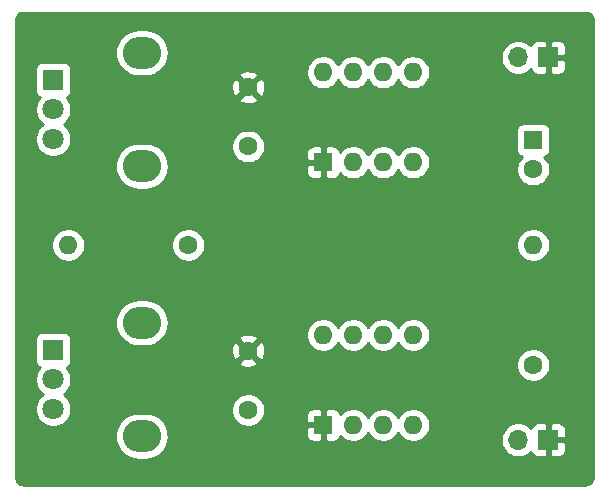
<source format=gbr>
%TF.GenerationSoftware,KiCad,Pcbnew,5.1.6-c6e7f7d~87~ubuntu18.04.1*%
%TF.CreationDate,2020-12-24T16:50:43+01:00*%
%TF.ProjectId,atari_punk,61746172-695f-4707-956e-6b2e6b696361,rev?*%
%TF.SameCoordinates,Original*%
%TF.FileFunction,Copper,L2,Bot*%
%TF.FilePolarity,Positive*%
%FSLAX46Y46*%
G04 Gerber Fmt 4.6, Leading zero omitted, Abs format (unit mm)*
G04 Created by KiCad (PCBNEW 5.1.6-c6e7f7d~87~ubuntu18.04.1) date 2020-12-24 16:50:43*
%MOMM*%
%LPD*%
G01*
G04 APERTURE LIST*
%TA.AperFunction,ComponentPad*%
%ADD10C,1.600000*%
%TD*%
%TA.AperFunction,ComponentPad*%
%ADD11R,1.600000X1.600000*%
%TD*%
%TA.AperFunction,ComponentPad*%
%ADD12R,1.700000X1.700000*%
%TD*%
%TA.AperFunction,ComponentPad*%
%ADD13O,1.700000X1.700000*%
%TD*%
%TA.AperFunction,ComponentPad*%
%ADD14R,1.800000X1.800000*%
%TD*%
%TA.AperFunction,ComponentPad*%
%ADD15C,1.800000*%
%TD*%
%TA.AperFunction,ComponentPad*%
%ADD16O,3.240000X2.720000*%
%TD*%
%TA.AperFunction,ComponentPad*%
%ADD17O,1.600000X1.600000*%
%TD*%
%TA.AperFunction,Conductor*%
%ADD18C,0.254000*%
%TD*%
G04 APERTURE END LIST*
D10*
%TO.P,C1,1*%
%TO.N,GND*%
X108585000Y-106680000D03*
%TO.P,C1,2*%
%TO.N,Net-(C1-Pad2)*%
X108585000Y-111680000D03*
%TD*%
D11*
%TO.P,C2,1*%
%TO.N,Net-(C2-Pad1)*%
X132715000Y-111125000D03*
D10*
%TO.P,C2,2*%
%TO.N,Net-(C2-Pad2)*%
X132715000Y-113625000D03*
%TD*%
%TO.P,C3,2*%
%TO.N,GND*%
X108585000Y-128985000D03*
%TO.P,C3,1*%
%TO.N,Net-(C3-Pad1)*%
X108585000Y-133985000D03*
%TD*%
D12*
%TO.P,J1,1*%
%TO.N,GND*%
X133985000Y-104140000D03*
D13*
%TO.P,J1,2*%
%TO.N,+9V*%
X131445000Y-104140000D03*
%TD*%
%TO.P,J2,2*%
%TO.N,AUDIO*%
X131445000Y-136525000D03*
D12*
%TO.P,J2,1*%
%TO.N,GND*%
X133985000Y-136525000D03*
%TD*%
D14*
%TO.P,R1,1*%
%TO.N,+9V*%
X92075000Y-106045000D03*
D15*
%TO.P,R1,2*%
%TO.N,Net-(R1-Pad2)*%
X92075000Y-108545000D03*
%TO.P,R1,3*%
%TO.N,N/C*%
X92075000Y-111045000D03*
D16*
%TO.P,R1,*%
%TO.N,*%
X99575000Y-113345000D03*
X99575000Y-103745000D03*
%TD*%
D10*
%TO.P,R2,1*%
%TO.N,Net-(C1-Pad2)*%
X103505000Y-120015000D03*
D17*
%TO.P,R2,2*%
%TO.N,Net-(R1-Pad2)*%
X93345000Y-120015000D03*
%TD*%
%TO.P,R3,2*%
%TO.N,Net-(C2-Pad2)*%
X132715000Y-120015000D03*
D10*
%TO.P,R3,1*%
%TO.N,AUDIO*%
X132715000Y-130175000D03*
%TD*%
D16*
%TO.P,R4,*%
%TO.N,*%
X99575000Y-126605000D03*
X99575000Y-136205000D03*
D15*
%TO.P,R4,3*%
%TO.N,N/C*%
X92075000Y-133905000D03*
%TO.P,R4,2*%
%TO.N,Net-(C3-Pad1)*%
X92075000Y-131405000D03*
D14*
%TO.P,R4,1*%
%TO.N,+9V*%
X92075000Y-128905000D03*
%TD*%
D11*
%TO.P,U1,1*%
%TO.N,GND*%
X114935000Y-113030000D03*
D17*
%TO.P,U1,5*%
%TO.N,Net-(U1-Pad5)*%
X122555000Y-105410000D03*
%TO.P,U1,2*%
%TO.N,Net-(C1-Pad2)*%
X117475000Y-113030000D03*
%TO.P,U1,6*%
X120015000Y-105410000D03*
%TO.P,U1,3*%
%TO.N,Net-(U1-Pad3)*%
X120015000Y-113030000D03*
%TO.P,U1,7*%
%TO.N,Net-(R1-Pad2)*%
X117475000Y-105410000D03*
%TO.P,U1,4*%
%TO.N,+9V*%
X122555000Y-113030000D03*
%TO.P,U1,8*%
X114935000Y-105410000D03*
%TD*%
%TO.P,U2,8*%
%TO.N,+9V*%
X114935000Y-127635000D03*
%TO.P,U2,4*%
X122555000Y-135255000D03*
%TO.P,U2,7*%
%TO.N,Net-(C3-Pad1)*%
X117475000Y-127635000D03*
%TO.P,U2,3*%
%TO.N,Net-(C2-Pad1)*%
X120015000Y-135255000D03*
%TO.P,U2,6*%
%TO.N,Net-(C3-Pad1)*%
X120015000Y-127635000D03*
%TO.P,U2,2*%
%TO.N,Net-(U1-Pad3)*%
X117475000Y-135255000D03*
%TO.P,U2,5*%
%TO.N,Net-(U2-Pad5)*%
X122555000Y-127635000D03*
D11*
%TO.P,U2,1*%
%TO.N,GND*%
X114935000Y-135255000D03*
%TD*%
D18*
%TO.N,GND*%
G36*
X137277869Y-100369722D02*
G01*
X137391246Y-100403953D01*
X137495819Y-100459555D01*
X137587596Y-100534407D01*
X137663091Y-100625664D01*
X137719419Y-100729844D01*
X137754440Y-100842976D01*
X137770000Y-100991022D01*
X137770001Y-139667711D01*
X137755278Y-139817869D01*
X137721047Y-139931246D01*
X137665446Y-140035817D01*
X137590594Y-140127595D01*
X137499335Y-140203091D01*
X137395160Y-140259419D01*
X137282024Y-140294440D01*
X137133979Y-140310000D01*
X89567279Y-140310000D01*
X89417131Y-140295278D01*
X89303754Y-140261047D01*
X89199183Y-140205446D01*
X89107405Y-140130594D01*
X89031909Y-140039335D01*
X88975581Y-139935160D01*
X88940560Y-139822024D01*
X88925000Y-139673979D01*
X88925000Y-136205000D01*
X97310348Y-136205000D01*
X97348867Y-136596088D01*
X97462943Y-136972147D01*
X97648193Y-137318725D01*
X97897497Y-137622503D01*
X98201275Y-137871807D01*
X98547853Y-138057057D01*
X98923912Y-138171133D01*
X99217002Y-138200000D01*
X99932998Y-138200000D01*
X100226088Y-138171133D01*
X100602147Y-138057057D01*
X100948725Y-137871807D01*
X101252503Y-137622503D01*
X101501807Y-137318725D01*
X101687057Y-136972147D01*
X101801133Y-136596088D01*
X101839652Y-136205000D01*
X101824879Y-136055000D01*
X113496928Y-136055000D01*
X113509188Y-136179482D01*
X113545498Y-136299180D01*
X113604463Y-136409494D01*
X113683815Y-136506185D01*
X113780506Y-136585537D01*
X113890820Y-136644502D01*
X114010518Y-136680812D01*
X114135000Y-136693072D01*
X114649250Y-136690000D01*
X114808000Y-136531250D01*
X114808000Y-135382000D01*
X113658750Y-135382000D01*
X113500000Y-135540750D01*
X113496928Y-136055000D01*
X101824879Y-136055000D01*
X101801133Y-135813912D01*
X101687057Y-135437853D01*
X101501807Y-135091275D01*
X101252503Y-134787497D01*
X100948725Y-134538193D01*
X100602147Y-134352943D01*
X100226088Y-134238867D01*
X99932998Y-134210000D01*
X99217002Y-134210000D01*
X98923912Y-134238867D01*
X98547853Y-134352943D01*
X98201275Y-134538193D01*
X97897497Y-134787497D01*
X97648193Y-135091275D01*
X97462943Y-135437853D01*
X97348867Y-135813912D01*
X97310348Y-136205000D01*
X88925000Y-136205000D01*
X88925000Y-128005000D01*
X90536928Y-128005000D01*
X90536928Y-129805000D01*
X90549188Y-129929482D01*
X90585498Y-130049180D01*
X90644463Y-130159494D01*
X90723815Y-130256185D01*
X90820506Y-130335537D01*
X90920303Y-130388880D01*
X90882688Y-130426495D01*
X90714701Y-130677905D01*
X90598989Y-130957257D01*
X90540000Y-131253816D01*
X90540000Y-131556184D01*
X90598989Y-131852743D01*
X90714701Y-132132095D01*
X90882688Y-132383505D01*
X91096495Y-132597312D01*
X91182831Y-132655000D01*
X91096495Y-132712688D01*
X90882688Y-132926495D01*
X90714701Y-133177905D01*
X90598989Y-133457257D01*
X90540000Y-133753816D01*
X90540000Y-134056184D01*
X90598989Y-134352743D01*
X90714701Y-134632095D01*
X90882688Y-134883505D01*
X91096495Y-135097312D01*
X91347905Y-135265299D01*
X91627257Y-135381011D01*
X91923816Y-135440000D01*
X92226184Y-135440000D01*
X92522743Y-135381011D01*
X92802095Y-135265299D01*
X93053505Y-135097312D01*
X93267312Y-134883505D01*
X93435299Y-134632095D01*
X93551011Y-134352743D01*
X93610000Y-134056184D01*
X93610000Y-133843665D01*
X107150000Y-133843665D01*
X107150000Y-134126335D01*
X107205147Y-134403574D01*
X107313320Y-134664727D01*
X107470363Y-134899759D01*
X107670241Y-135099637D01*
X107905273Y-135256680D01*
X108166426Y-135364853D01*
X108443665Y-135420000D01*
X108726335Y-135420000D01*
X109003574Y-135364853D01*
X109264727Y-135256680D01*
X109499759Y-135099637D01*
X109699637Y-134899759D01*
X109856680Y-134664727D01*
X109943551Y-134455000D01*
X113496928Y-134455000D01*
X113500000Y-134969250D01*
X113658750Y-135128000D01*
X114808000Y-135128000D01*
X114808000Y-133978750D01*
X115062000Y-133978750D01*
X115062000Y-135128000D01*
X115082000Y-135128000D01*
X115082000Y-135382000D01*
X115062000Y-135382000D01*
X115062000Y-136531250D01*
X115220750Y-136690000D01*
X115735000Y-136693072D01*
X115859482Y-136680812D01*
X115979180Y-136644502D01*
X116089494Y-136585537D01*
X116186185Y-136506185D01*
X116265537Y-136409494D01*
X116324502Y-136299180D01*
X116360812Y-136179482D01*
X116361643Y-136171039D01*
X116560241Y-136369637D01*
X116795273Y-136526680D01*
X117056426Y-136634853D01*
X117333665Y-136690000D01*
X117616335Y-136690000D01*
X117893574Y-136634853D01*
X118154727Y-136526680D01*
X118389759Y-136369637D01*
X118589637Y-136169759D01*
X118745000Y-135937241D01*
X118900363Y-136169759D01*
X119100241Y-136369637D01*
X119335273Y-136526680D01*
X119596426Y-136634853D01*
X119873665Y-136690000D01*
X120156335Y-136690000D01*
X120433574Y-136634853D01*
X120694727Y-136526680D01*
X120929759Y-136369637D01*
X121129637Y-136169759D01*
X121285000Y-135937241D01*
X121440363Y-136169759D01*
X121640241Y-136369637D01*
X121875273Y-136526680D01*
X122136426Y-136634853D01*
X122413665Y-136690000D01*
X122696335Y-136690000D01*
X122973574Y-136634853D01*
X123234727Y-136526680D01*
X123456135Y-136378740D01*
X129960000Y-136378740D01*
X129960000Y-136671260D01*
X130017068Y-136958158D01*
X130129010Y-137228411D01*
X130291525Y-137471632D01*
X130498368Y-137678475D01*
X130741589Y-137840990D01*
X131011842Y-137952932D01*
X131298740Y-138010000D01*
X131591260Y-138010000D01*
X131878158Y-137952932D01*
X132148411Y-137840990D01*
X132391632Y-137678475D01*
X132523487Y-137546620D01*
X132545498Y-137619180D01*
X132604463Y-137729494D01*
X132683815Y-137826185D01*
X132780506Y-137905537D01*
X132890820Y-137964502D01*
X133010518Y-138000812D01*
X133135000Y-138013072D01*
X133699250Y-138010000D01*
X133858000Y-137851250D01*
X133858000Y-136652000D01*
X134112000Y-136652000D01*
X134112000Y-137851250D01*
X134270750Y-138010000D01*
X134835000Y-138013072D01*
X134959482Y-138000812D01*
X135079180Y-137964502D01*
X135189494Y-137905537D01*
X135286185Y-137826185D01*
X135365537Y-137729494D01*
X135424502Y-137619180D01*
X135460812Y-137499482D01*
X135473072Y-137375000D01*
X135470000Y-136810750D01*
X135311250Y-136652000D01*
X134112000Y-136652000D01*
X133858000Y-136652000D01*
X133838000Y-136652000D01*
X133838000Y-136398000D01*
X133858000Y-136398000D01*
X133858000Y-135198750D01*
X134112000Y-135198750D01*
X134112000Y-136398000D01*
X135311250Y-136398000D01*
X135470000Y-136239250D01*
X135473072Y-135675000D01*
X135460812Y-135550518D01*
X135424502Y-135430820D01*
X135365537Y-135320506D01*
X135286185Y-135223815D01*
X135189494Y-135144463D01*
X135079180Y-135085498D01*
X134959482Y-135049188D01*
X134835000Y-135036928D01*
X134270750Y-135040000D01*
X134112000Y-135198750D01*
X133858000Y-135198750D01*
X133699250Y-135040000D01*
X133135000Y-135036928D01*
X133010518Y-135049188D01*
X132890820Y-135085498D01*
X132780506Y-135144463D01*
X132683815Y-135223815D01*
X132604463Y-135320506D01*
X132545498Y-135430820D01*
X132523487Y-135503380D01*
X132391632Y-135371525D01*
X132148411Y-135209010D01*
X131878158Y-135097068D01*
X131591260Y-135040000D01*
X131298740Y-135040000D01*
X131011842Y-135097068D01*
X130741589Y-135209010D01*
X130498368Y-135371525D01*
X130291525Y-135578368D01*
X130129010Y-135821589D01*
X130017068Y-136091842D01*
X129960000Y-136378740D01*
X123456135Y-136378740D01*
X123469759Y-136369637D01*
X123669637Y-136169759D01*
X123826680Y-135934727D01*
X123934853Y-135673574D01*
X123990000Y-135396335D01*
X123990000Y-135113665D01*
X123934853Y-134836426D01*
X123826680Y-134575273D01*
X123669637Y-134340241D01*
X123469759Y-134140363D01*
X123234727Y-133983320D01*
X122973574Y-133875147D01*
X122696335Y-133820000D01*
X122413665Y-133820000D01*
X122136426Y-133875147D01*
X121875273Y-133983320D01*
X121640241Y-134140363D01*
X121440363Y-134340241D01*
X121285000Y-134572759D01*
X121129637Y-134340241D01*
X120929759Y-134140363D01*
X120694727Y-133983320D01*
X120433574Y-133875147D01*
X120156335Y-133820000D01*
X119873665Y-133820000D01*
X119596426Y-133875147D01*
X119335273Y-133983320D01*
X119100241Y-134140363D01*
X118900363Y-134340241D01*
X118745000Y-134572759D01*
X118589637Y-134340241D01*
X118389759Y-134140363D01*
X118154727Y-133983320D01*
X117893574Y-133875147D01*
X117616335Y-133820000D01*
X117333665Y-133820000D01*
X117056426Y-133875147D01*
X116795273Y-133983320D01*
X116560241Y-134140363D01*
X116361643Y-134338961D01*
X116360812Y-134330518D01*
X116324502Y-134210820D01*
X116265537Y-134100506D01*
X116186185Y-134003815D01*
X116089494Y-133924463D01*
X115979180Y-133865498D01*
X115859482Y-133829188D01*
X115735000Y-133816928D01*
X115220750Y-133820000D01*
X115062000Y-133978750D01*
X114808000Y-133978750D01*
X114649250Y-133820000D01*
X114135000Y-133816928D01*
X114010518Y-133829188D01*
X113890820Y-133865498D01*
X113780506Y-133924463D01*
X113683815Y-134003815D01*
X113604463Y-134100506D01*
X113545498Y-134210820D01*
X113509188Y-134330518D01*
X113496928Y-134455000D01*
X109943551Y-134455000D01*
X109964853Y-134403574D01*
X110020000Y-134126335D01*
X110020000Y-133843665D01*
X109964853Y-133566426D01*
X109856680Y-133305273D01*
X109699637Y-133070241D01*
X109499759Y-132870363D01*
X109264727Y-132713320D01*
X109003574Y-132605147D01*
X108726335Y-132550000D01*
X108443665Y-132550000D01*
X108166426Y-132605147D01*
X107905273Y-132713320D01*
X107670241Y-132870363D01*
X107470363Y-133070241D01*
X107313320Y-133305273D01*
X107205147Y-133566426D01*
X107150000Y-133843665D01*
X93610000Y-133843665D01*
X93610000Y-133753816D01*
X93551011Y-133457257D01*
X93435299Y-133177905D01*
X93267312Y-132926495D01*
X93053505Y-132712688D01*
X92967169Y-132655000D01*
X93053505Y-132597312D01*
X93267312Y-132383505D01*
X93435299Y-132132095D01*
X93551011Y-131852743D01*
X93610000Y-131556184D01*
X93610000Y-131253816D01*
X93551011Y-130957257D01*
X93435299Y-130677905D01*
X93267312Y-130426495D01*
X93229697Y-130388880D01*
X93329494Y-130335537D01*
X93426185Y-130256185D01*
X93505537Y-130159494D01*
X93564502Y-130049180D01*
X93586184Y-129977702D01*
X107771903Y-129977702D01*
X107843486Y-130221671D01*
X108098996Y-130342571D01*
X108373184Y-130411300D01*
X108655512Y-130425217D01*
X108935130Y-130383787D01*
X109201292Y-130288603D01*
X109326514Y-130221671D01*
X109381676Y-130033665D01*
X131280000Y-130033665D01*
X131280000Y-130316335D01*
X131335147Y-130593574D01*
X131443320Y-130854727D01*
X131600363Y-131089759D01*
X131800241Y-131289637D01*
X132035273Y-131446680D01*
X132296426Y-131554853D01*
X132573665Y-131610000D01*
X132856335Y-131610000D01*
X133133574Y-131554853D01*
X133394727Y-131446680D01*
X133629759Y-131289637D01*
X133829637Y-131089759D01*
X133986680Y-130854727D01*
X134094853Y-130593574D01*
X134150000Y-130316335D01*
X134150000Y-130033665D01*
X134094853Y-129756426D01*
X133986680Y-129495273D01*
X133829637Y-129260241D01*
X133629759Y-129060363D01*
X133394727Y-128903320D01*
X133133574Y-128795147D01*
X132856335Y-128740000D01*
X132573665Y-128740000D01*
X132296426Y-128795147D01*
X132035273Y-128903320D01*
X131800241Y-129060363D01*
X131600363Y-129260241D01*
X131443320Y-129495273D01*
X131335147Y-129756426D01*
X131280000Y-130033665D01*
X109381676Y-130033665D01*
X109398097Y-129977702D01*
X108585000Y-129164605D01*
X107771903Y-129977702D01*
X93586184Y-129977702D01*
X93600812Y-129929482D01*
X93613072Y-129805000D01*
X93613072Y-129055512D01*
X107144783Y-129055512D01*
X107186213Y-129335130D01*
X107281397Y-129601292D01*
X107348329Y-129726514D01*
X107592298Y-129798097D01*
X108405395Y-128985000D01*
X108764605Y-128985000D01*
X109577702Y-129798097D01*
X109821671Y-129726514D01*
X109942571Y-129471004D01*
X110011300Y-129196816D01*
X110025217Y-128914488D01*
X109983787Y-128634870D01*
X109888603Y-128368708D01*
X109821671Y-128243486D01*
X109577702Y-128171903D01*
X108764605Y-128985000D01*
X108405395Y-128985000D01*
X107592298Y-128171903D01*
X107348329Y-128243486D01*
X107227429Y-128498996D01*
X107158700Y-128773184D01*
X107144783Y-129055512D01*
X93613072Y-129055512D01*
X93613072Y-128005000D01*
X93600812Y-127880518D01*
X93564502Y-127760820D01*
X93505537Y-127650506D01*
X93426185Y-127553815D01*
X93329494Y-127474463D01*
X93219180Y-127415498D01*
X93099482Y-127379188D01*
X92975000Y-127366928D01*
X91175000Y-127366928D01*
X91050518Y-127379188D01*
X90930820Y-127415498D01*
X90820506Y-127474463D01*
X90723815Y-127553815D01*
X90644463Y-127650506D01*
X90585498Y-127760820D01*
X90549188Y-127880518D01*
X90536928Y-128005000D01*
X88925000Y-128005000D01*
X88925000Y-126605000D01*
X97310348Y-126605000D01*
X97348867Y-126996088D01*
X97462943Y-127372147D01*
X97648193Y-127718725D01*
X97897497Y-128022503D01*
X98201275Y-128271807D01*
X98547853Y-128457057D01*
X98923912Y-128571133D01*
X99217002Y-128600000D01*
X99932998Y-128600000D01*
X100226088Y-128571133D01*
X100602147Y-128457057D01*
X100948725Y-128271807D01*
X101252503Y-128022503D01*
X101277291Y-127992298D01*
X107771903Y-127992298D01*
X108585000Y-128805395D01*
X109398097Y-127992298D01*
X109326514Y-127748329D01*
X109071004Y-127627429D01*
X108796816Y-127558700D01*
X108514488Y-127544783D01*
X108234870Y-127586213D01*
X107968708Y-127681397D01*
X107843486Y-127748329D01*
X107771903Y-127992298D01*
X101277291Y-127992298D01*
X101501807Y-127718725D01*
X101622104Y-127493665D01*
X113500000Y-127493665D01*
X113500000Y-127776335D01*
X113555147Y-128053574D01*
X113663320Y-128314727D01*
X113820363Y-128549759D01*
X114020241Y-128749637D01*
X114255273Y-128906680D01*
X114516426Y-129014853D01*
X114793665Y-129070000D01*
X115076335Y-129070000D01*
X115353574Y-129014853D01*
X115614727Y-128906680D01*
X115849759Y-128749637D01*
X116049637Y-128549759D01*
X116205000Y-128317241D01*
X116360363Y-128549759D01*
X116560241Y-128749637D01*
X116795273Y-128906680D01*
X117056426Y-129014853D01*
X117333665Y-129070000D01*
X117616335Y-129070000D01*
X117893574Y-129014853D01*
X118154727Y-128906680D01*
X118389759Y-128749637D01*
X118589637Y-128549759D01*
X118745000Y-128317241D01*
X118900363Y-128549759D01*
X119100241Y-128749637D01*
X119335273Y-128906680D01*
X119596426Y-129014853D01*
X119873665Y-129070000D01*
X120156335Y-129070000D01*
X120433574Y-129014853D01*
X120694727Y-128906680D01*
X120929759Y-128749637D01*
X121129637Y-128549759D01*
X121285000Y-128317241D01*
X121440363Y-128549759D01*
X121640241Y-128749637D01*
X121875273Y-128906680D01*
X122136426Y-129014853D01*
X122413665Y-129070000D01*
X122696335Y-129070000D01*
X122973574Y-129014853D01*
X123234727Y-128906680D01*
X123469759Y-128749637D01*
X123669637Y-128549759D01*
X123826680Y-128314727D01*
X123934853Y-128053574D01*
X123990000Y-127776335D01*
X123990000Y-127493665D01*
X123934853Y-127216426D01*
X123826680Y-126955273D01*
X123669637Y-126720241D01*
X123469759Y-126520363D01*
X123234727Y-126363320D01*
X122973574Y-126255147D01*
X122696335Y-126200000D01*
X122413665Y-126200000D01*
X122136426Y-126255147D01*
X121875273Y-126363320D01*
X121640241Y-126520363D01*
X121440363Y-126720241D01*
X121285000Y-126952759D01*
X121129637Y-126720241D01*
X120929759Y-126520363D01*
X120694727Y-126363320D01*
X120433574Y-126255147D01*
X120156335Y-126200000D01*
X119873665Y-126200000D01*
X119596426Y-126255147D01*
X119335273Y-126363320D01*
X119100241Y-126520363D01*
X118900363Y-126720241D01*
X118745000Y-126952759D01*
X118589637Y-126720241D01*
X118389759Y-126520363D01*
X118154727Y-126363320D01*
X117893574Y-126255147D01*
X117616335Y-126200000D01*
X117333665Y-126200000D01*
X117056426Y-126255147D01*
X116795273Y-126363320D01*
X116560241Y-126520363D01*
X116360363Y-126720241D01*
X116205000Y-126952759D01*
X116049637Y-126720241D01*
X115849759Y-126520363D01*
X115614727Y-126363320D01*
X115353574Y-126255147D01*
X115076335Y-126200000D01*
X114793665Y-126200000D01*
X114516426Y-126255147D01*
X114255273Y-126363320D01*
X114020241Y-126520363D01*
X113820363Y-126720241D01*
X113663320Y-126955273D01*
X113555147Y-127216426D01*
X113500000Y-127493665D01*
X101622104Y-127493665D01*
X101687057Y-127372147D01*
X101801133Y-126996088D01*
X101839652Y-126605000D01*
X101801133Y-126213912D01*
X101687057Y-125837853D01*
X101501807Y-125491275D01*
X101252503Y-125187497D01*
X100948725Y-124938193D01*
X100602147Y-124752943D01*
X100226088Y-124638867D01*
X99932998Y-124610000D01*
X99217002Y-124610000D01*
X98923912Y-124638867D01*
X98547853Y-124752943D01*
X98201275Y-124938193D01*
X97897497Y-125187497D01*
X97648193Y-125491275D01*
X97462943Y-125837853D01*
X97348867Y-126213912D01*
X97310348Y-126605000D01*
X88925000Y-126605000D01*
X88925000Y-119873665D01*
X91910000Y-119873665D01*
X91910000Y-120156335D01*
X91965147Y-120433574D01*
X92073320Y-120694727D01*
X92230363Y-120929759D01*
X92430241Y-121129637D01*
X92665273Y-121286680D01*
X92926426Y-121394853D01*
X93203665Y-121450000D01*
X93486335Y-121450000D01*
X93763574Y-121394853D01*
X94024727Y-121286680D01*
X94259759Y-121129637D01*
X94459637Y-120929759D01*
X94616680Y-120694727D01*
X94724853Y-120433574D01*
X94780000Y-120156335D01*
X94780000Y-119873665D01*
X102070000Y-119873665D01*
X102070000Y-120156335D01*
X102125147Y-120433574D01*
X102233320Y-120694727D01*
X102390363Y-120929759D01*
X102590241Y-121129637D01*
X102825273Y-121286680D01*
X103086426Y-121394853D01*
X103363665Y-121450000D01*
X103646335Y-121450000D01*
X103923574Y-121394853D01*
X104184727Y-121286680D01*
X104419759Y-121129637D01*
X104619637Y-120929759D01*
X104776680Y-120694727D01*
X104884853Y-120433574D01*
X104940000Y-120156335D01*
X104940000Y-119873665D01*
X131280000Y-119873665D01*
X131280000Y-120156335D01*
X131335147Y-120433574D01*
X131443320Y-120694727D01*
X131600363Y-120929759D01*
X131800241Y-121129637D01*
X132035273Y-121286680D01*
X132296426Y-121394853D01*
X132573665Y-121450000D01*
X132856335Y-121450000D01*
X133133574Y-121394853D01*
X133394727Y-121286680D01*
X133629759Y-121129637D01*
X133829637Y-120929759D01*
X133986680Y-120694727D01*
X134094853Y-120433574D01*
X134150000Y-120156335D01*
X134150000Y-119873665D01*
X134094853Y-119596426D01*
X133986680Y-119335273D01*
X133829637Y-119100241D01*
X133629759Y-118900363D01*
X133394727Y-118743320D01*
X133133574Y-118635147D01*
X132856335Y-118580000D01*
X132573665Y-118580000D01*
X132296426Y-118635147D01*
X132035273Y-118743320D01*
X131800241Y-118900363D01*
X131600363Y-119100241D01*
X131443320Y-119335273D01*
X131335147Y-119596426D01*
X131280000Y-119873665D01*
X104940000Y-119873665D01*
X104884853Y-119596426D01*
X104776680Y-119335273D01*
X104619637Y-119100241D01*
X104419759Y-118900363D01*
X104184727Y-118743320D01*
X103923574Y-118635147D01*
X103646335Y-118580000D01*
X103363665Y-118580000D01*
X103086426Y-118635147D01*
X102825273Y-118743320D01*
X102590241Y-118900363D01*
X102390363Y-119100241D01*
X102233320Y-119335273D01*
X102125147Y-119596426D01*
X102070000Y-119873665D01*
X94780000Y-119873665D01*
X94724853Y-119596426D01*
X94616680Y-119335273D01*
X94459637Y-119100241D01*
X94259759Y-118900363D01*
X94024727Y-118743320D01*
X93763574Y-118635147D01*
X93486335Y-118580000D01*
X93203665Y-118580000D01*
X92926426Y-118635147D01*
X92665273Y-118743320D01*
X92430241Y-118900363D01*
X92230363Y-119100241D01*
X92073320Y-119335273D01*
X91965147Y-119596426D01*
X91910000Y-119873665D01*
X88925000Y-119873665D01*
X88925000Y-113345000D01*
X97310348Y-113345000D01*
X97348867Y-113736088D01*
X97462943Y-114112147D01*
X97648193Y-114458725D01*
X97897497Y-114762503D01*
X98201275Y-115011807D01*
X98547853Y-115197057D01*
X98923912Y-115311133D01*
X99217002Y-115340000D01*
X99932998Y-115340000D01*
X100226088Y-115311133D01*
X100602147Y-115197057D01*
X100948725Y-115011807D01*
X101252503Y-114762503D01*
X101501807Y-114458725D01*
X101687057Y-114112147D01*
X101772645Y-113830000D01*
X113496928Y-113830000D01*
X113509188Y-113954482D01*
X113545498Y-114074180D01*
X113604463Y-114184494D01*
X113683815Y-114281185D01*
X113780506Y-114360537D01*
X113890820Y-114419502D01*
X114010518Y-114455812D01*
X114135000Y-114468072D01*
X114649250Y-114465000D01*
X114808000Y-114306250D01*
X114808000Y-113157000D01*
X113658750Y-113157000D01*
X113500000Y-113315750D01*
X113496928Y-113830000D01*
X101772645Y-113830000D01*
X101801133Y-113736088D01*
X101839652Y-113345000D01*
X101801133Y-112953912D01*
X101687057Y-112577853D01*
X101501807Y-112231275D01*
X101252503Y-111927497D01*
X100948725Y-111678193D01*
X100687687Y-111538665D01*
X107150000Y-111538665D01*
X107150000Y-111821335D01*
X107205147Y-112098574D01*
X107313320Y-112359727D01*
X107470363Y-112594759D01*
X107670241Y-112794637D01*
X107905273Y-112951680D01*
X108166426Y-113059853D01*
X108443665Y-113115000D01*
X108726335Y-113115000D01*
X109003574Y-113059853D01*
X109264727Y-112951680D01*
X109499759Y-112794637D01*
X109699637Y-112594759D01*
X109856680Y-112359727D01*
X109910414Y-112230000D01*
X113496928Y-112230000D01*
X113500000Y-112744250D01*
X113658750Y-112903000D01*
X114808000Y-112903000D01*
X114808000Y-111753750D01*
X115062000Y-111753750D01*
X115062000Y-112903000D01*
X115082000Y-112903000D01*
X115082000Y-113157000D01*
X115062000Y-113157000D01*
X115062000Y-114306250D01*
X115220750Y-114465000D01*
X115735000Y-114468072D01*
X115859482Y-114455812D01*
X115979180Y-114419502D01*
X116089494Y-114360537D01*
X116186185Y-114281185D01*
X116265537Y-114184494D01*
X116324502Y-114074180D01*
X116360812Y-113954482D01*
X116361643Y-113946039D01*
X116560241Y-114144637D01*
X116795273Y-114301680D01*
X117056426Y-114409853D01*
X117333665Y-114465000D01*
X117616335Y-114465000D01*
X117893574Y-114409853D01*
X118154727Y-114301680D01*
X118389759Y-114144637D01*
X118589637Y-113944759D01*
X118745000Y-113712241D01*
X118900363Y-113944759D01*
X119100241Y-114144637D01*
X119335273Y-114301680D01*
X119596426Y-114409853D01*
X119873665Y-114465000D01*
X120156335Y-114465000D01*
X120433574Y-114409853D01*
X120694727Y-114301680D01*
X120929759Y-114144637D01*
X121129637Y-113944759D01*
X121285000Y-113712241D01*
X121440363Y-113944759D01*
X121640241Y-114144637D01*
X121875273Y-114301680D01*
X122136426Y-114409853D01*
X122413665Y-114465000D01*
X122696335Y-114465000D01*
X122973574Y-114409853D01*
X123234727Y-114301680D01*
X123469759Y-114144637D01*
X123669637Y-113944759D01*
X123826680Y-113709727D01*
X123934853Y-113448574D01*
X123990000Y-113171335D01*
X123990000Y-112888665D01*
X123934853Y-112611426D01*
X123826680Y-112350273D01*
X123669637Y-112115241D01*
X123469759Y-111915363D01*
X123234727Y-111758320D01*
X122973574Y-111650147D01*
X122696335Y-111595000D01*
X122413665Y-111595000D01*
X122136426Y-111650147D01*
X121875273Y-111758320D01*
X121640241Y-111915363D01*
X121440363Y-112115241D01*
X121285000Y-112347759D01*
X121129637Y-112115241D01*
X120929759Y-111915363D01*
X120694727Y-111758320D01*
X120433574Y-111650147D01*
X120156335Y-111595000D01*
X119873665Y-111595000D01*
X119596426Y-111650147D01*
X119335273Y-111758320D01*
X119100241Y-111915363D01*
X118900363Y-112115241D01*
X118745000Y-112347759D01*
X118589637Y-112115241D01*
X118389759Y-111915363D01*
X118154727Y-111758320D01*
X117893574Y-111650147D01*
X117616335Y-111595000D01*
X117333665Y-111595000D01*
X117056426Y-111650147D01*
X116795273Y-111758320D01*
X116560241Y-111915363D01*
X116361643Y-112113961D01*
X116360812Y-112105518D01*
X116324502Y-111985820D01*
X116265537Y-111875506D01*
X116186185Y-111778815D01*
X116089494Y-111699463D01*
X115979180Y-111640498D01*
X115859482Y-111604188D01*
X115735000Y-111591928D01*
X115220750Y-111595000D01*
X115062000Y-111753750D01*
X114808000Y-111753750D01*
X114649250Y-111595000D01*
X114135000Y-111591928D01*
X114010518Y-111604188D01*
X113890820Y-111640498D01*
X113780506Y-111699463D01*
X113683815Y-111778815D01*
X113604463Y-111875506D01*
X113545498Y-111985820D01*
X113509188Y-112105518D01*
X113496928Y-112230000D01*
X109910414Y-112230000D01*
X109964853Y-112098574D01*
X110020000Y-111821335D01*
X110020000Y-111538665D01*
X109964853Y-111261426D01*
X109856680Y-111000273D01*
X109699637Y-110765241D01*
X109499759Y-110565363D01*
X109264727Y-110408320D01*
X109063575Y-110325000D01*
X131276928Y-110325000D01*
X131276928Y-111925000D01*
X131289188Y-112049482D01*
X131325498Y-112169180D01*
X131384463Y-112279494D01*
X131463815Y-112376185D01*
X131560506Y-112455537D01*
X131670820Y-112514502D01*
X131766943Y-112543661D01*
X131600363Y-112710241D01*
X131443320Y-112945273D01*
X131335147Y-113206426D01*
X131280000Y-113483665D01*
X131280000Y-113766335D01*
X131335147Y-114043574D01*
X131443320Y-114304727D01*
X131600363Y-114539759D01*
X131800241Y-114739637D01*
X132035273Y-114896680D01*
X132296426Y-115004853D01*
X132573665Y-115060000D01*
X132856335Y-115060000D01*
X133133574Y-115004853D01*
X133394727Y-114896680D01*
X133629759Y-114739637D01*
X133829637Y-114539759D01*
X133986680Y-114304727D01*
X134094853Y-114043574D01*
X134150000Y-113766335D01*
X134150000Y-113483665D01*
X134094853Y-113206426D01*
X133986680Y-112945273D01*
X133829637Y-112710241D01*
X133663057Y-112543661D01*
X133759180Y-112514502D01*
X133869494Y-112455537D01*
X133966185Y-112376185D01*
X134045537Y-112279494D01*
X134104502Y-112169180D01*
X134140812Y-112049482D01*
X134153072Y-111925000D01*
X134153072Y-110325000D01*
X134140812Y-110200518D01*
X134104502Y-110080820D01*
X134045537Y-109970506D01*
X133966185Y-109873815D01*
X133869494Y-109794463D01*
X133759180Y-109735498D01*
X133639482Y-109699188D01*
X133515000Y-109686928D01*
X131915000Y-109686928D01*
X131790518Y-109699188D01*
X131670820Y-109735498D01*
X131560506Y-109794463D01*
X131463815Y-109873815D01*
X131384463Y-109970506D01*
X131325498Y-110080820D01*
X131289188Y-110200518D01*
X131276928Y-110325000D01*
X109063575Y-110325000D01*
X109003574Y-110300147D01*
X108726335Y-110245000D01*
X108443665Y-110245000D01*
X108166426Y-110300147D01*
X107905273Y-110408320D01*
X107670241Y-110565363D01*
X107470363Y-110765241D01*
X107313320Y-111000273D01*
X107205147Y-111261426D01*
X107150000Y-111538665D01*
X100687687Y-111538665D01*
X100602147Y-111492943D01*
X100226088Y-111378867D01*
X99932998Y-111350000D01*
X99217002Y-111350000D01*
X98923912Y-111378867D01*
X98547853Y-111492943D01*
X98201275Y-111678193D01*
X97897497Y-111927497D01*
X97648193Y-112231275D01*
X97462943Y-112577853D01*
X97348867Y-112953912D01*
X97310348Y-113345000D01*
X88925000Y-113345000D01*
X88925000Y-105145000D01*
X90536928Y-105145000D01*
X90536928Y-106945000D01*
X90549188Y-107069482D01*
X90585498Y-107189180D01*
X90644463Y-107299494D01*
X90723815Y-107396185D01*
X90820506Y-107475537D01*
X90920303Y-107528880D01*
X90882688Y-107566495D01*
X90714701Y-107817905D01*
X90598989Y-108097257D01*
X90540000Y-108393816D01*
X90540000Y-108696184D01*
X90598989Y-108992743D01*
X90714701Y-109272095D01*
X90882688Y-109523505D01*
X91096495Y-109737312D01*
X91182831Y-109795000D01*
X91096495Y-109852688D01*
X90882688Y-110066495D01*
X90714701Y-110317905D01*
X90598989Y-110597257D01*
X90540000Y-110893816D01*
X90540000Y-111196184D01*
X90598989Y-111492743D01*
X90714701Y-111772095D01*
X90882688Y-112023505D01*
X91096495Y-112237312D01*
X91347905Y-112405299D01*
X91627257Y-112521011D01*
X91923816Y-112580000D01*
X92226184Y-112580000D01*
X92522743Y-112521011D01*
X92802095Y-112405299D01*
X93053505Y-112237312D01*
X93267312Y-112023505D01*
X93435299Y-111772095D01*
X93551011Y-111492743D01*
X93610000Y-111196184D01*
X93610000Y-110893816D01*
X93551011Y-110597257D01*
X93435299Y-110317905D01*
X93267312Y-110066495D01*
X93053505Y-109852688D01*
X92967169Y-109795000D01*
X93053505Y-109737312D01*
X93267312Y-109523505D01*
X93435299Y-109272095D01*
X93551011Y-108992743D01*
X93610000Y-108696184D01*
X93610000Y-108393816D01*
X93551011Y-108097257D01*
X93435299Y-107817905D01*
X93338278Y-107672702D01*
X107771903Y-107672702D01*
X107843486Y-107916671D01*
X108098996Y-108037571D01*
X108373184Y-108106300D01*
X108655512Y-108120217D01*
X108935130Y-108078787D01*
X109201292Y-107983603D01*
X109326514Y-107916671D01*
X109398097Y-107672702D01*
X108585000Y-106859605D01*
X107771903Y-107672702D01*
X93338278Y-107672702D01*
X93267312Y-107566495D01*
X93229697Y-107528880D01*
X93329494Y-107475537D01*
X93426185Y-107396185D01*
X93505537Y-107299494D01*
X93564502Y-107189180D01*
X93600812Y-107069482D01*
X93613072Y-106945000D01*
X93613072Y-106750512D01*
X107144783Y-106750512D01*
X107186213Y-107030130D01*
X107281397Y-107296292D01*
X107348329Y-107421514D01*
X107592298Y-107493097D01*
X108405395Y-106680000D01*
X108764605Y-106680000D01*
X109577702Y-107493097D01*
X109821671Y-107421514D01*
X109942571Y-107166004D01*
X110011300Y-106891816D01*
X110025217Y-106609488D01*
X109983787Y-106329870D01*
X109888603Y-106063708D01*
X109821671Y-105938486D01*
X109577702Y-105866903D01*
X108764605Y-106680000D01*
X108405395Y-106680000D01*
X107592298Y-105866903D01*
X107348329Y-105938486D01*
X107227429Y-106193996D01*
X107158700Y-106468184D01*
X107144783Y-106750512D01*
X93613072Y-106750512D01*
X93613072Y-105145000D01*
X93600812Y-105020518D01*
X93564502Y-104900820D01*
X93505537Y-104790506D01*
X93426185Y-104693815D01*
X93329494Y-104614463D01*
X93219180Y-104555498D01*
X93099482Y-104519188D01*
X92975000Y-104506928D01*
X91175000Y-104506928D01*
X91050518Y-104519188D01*
X90930820Y-104555498D01*
X90820506Y-104614463D01*
X90723815Y-104693815D01*
X90644463Y-104790506D01*
X90585498Y-104900820D01*
X90549188Y-105020518D01*
X90536928Y-105145000D01*
X88925000Y-105145000D01*
X88925000Y-103745000D01*
X97310348Y-103745000D01*
X97348867Y-104136088D01*
X97462943Y-104512147D01*
X97648193Y-104858725D01*
X97897497Y-105162503D01*
X98201275Y-105411807D01*
X98547853Y-105597057D01*
X98923912Y-105711133D01*
X99217002Y-105740000D01*
X99932998Y-105740000D01*
X100226088Y-105711133D01*
X100304661Y-105687298D01*
X107771903Y-105687298D01*
X108585000Y-106500395D01*
X109398097Y-105687298D01*
X109326514Y-105443329D01*
X109071004Y-105322429D01*
X108856518Y-105268665D01*
X113500000Y-105268665D01*
X113500000Y-105551335D01*
X113555147Y-105828574D01*
X113663320Y-106089727D01*
X113820363Y-106324759D01*
X114020241Y-106524637D01*
X114255273Y-106681680D01*
X114516426Y-106789853D01*
X114793665Y-106845000D01*
X115076335Y-106845000D01*
X115353574Y-106789853D01*
X115614727Y-106681680D01*
X115849759Y-106524637D01*
X116049637Y-106324759D01*
X116205000Y-106092241D01*
X116360363Y-106324759D01*
X116560241Y-106524637D01*
X116795273Y-106681680D01*
X117056426Y-106789853D01*
X117333665Y-106845000D01*
X117616335Y-106845000D01*
X117893574Y-106789853D01*
X118154727Y-106681680D01*
X118389759Y-106524637D01*
X118589637Y-106324759D01*
X118745000Y-106092241D01*
X118900363Y-106324759D01*
X119100241Y-106524637D01*
X119335273Y-106681680D01*
X119596426Y-106789853D01*
X119873665Y-106845000D01*
X120156335Y-106845000D01*
X120433574Y-106789853D01*
X120694727Y-106681680D01*
X120929759Y-106524637D01*
X121129637Y-106324759D01*
X121285000Y-106092241D01*
X121440363Y-106324759D01*
X121640241Y-106524637D01*
X121875273Y-106681680D01*
X122136426Y-106789853D01*
X122413665Y-106845000D01*
X122696335Y-106845000D01*
X122973574Y-106789853D01*
X123234727Y-106681680D01*
X123469759Y-106524637D01*
X123669637Y-106324759D01*
X123826680Y-106089727D01*
X123934853Y-105828574D01*
X123990000Y-105551335D01*
X123990000Y-105268665D01*
X123934853Y-104991426D01*
X123826680Y-104730273D01*
X123669637Y-104495241D01*
X123469759Y-104295363D01*
X123234727Y-104138320D01*
X122973574Y-104030147D01*
X122790547Y-103993740D01*
X129960000Y-103993740D01*
X129960000Y-104286260D01*
X130017068Y-104573158D01*
X130129010Y-104843411D01*
X130291525Y-105086632D01*
X130498368Y-105293475D01*
X130741589Y-105455990D01*
X131011842Y-105567932D01*
X131298740Y-105625000D01*
X131591260Y-105625000D01*
X131878158Y-105567932D01*
X132148411Y-105455990D01*
X132391632Y-105293475D01*
X132523487Y-105161620D01*
X132545498Y-105234180D01*
X132604463Y-105344494D01*
X132683815Y-105441185D01*
X132780506Y-105520537D01*
X132890820Y-105579502D01*
X133010518Y-105615812D01*
X133135000Y-105628072D01*
X133699250Y-105625000D01*
X133858000Y-105466250D01*
X133858000Y-104267000D01*
X134112000Y-104267000D01*
X134112000Y-105466250D01*
X134270750Y-105625000D01*
X134835000Y-105628072D01*
X134959482Y-105615812D01*
X135079180Y-105579502D01*
X135189494Y-105520537D01*
X135286185Y-105441185D01*
X135365537Y-105344494D01*
X135424502Y-105234180D01*
X135460812Y-105114482D01*
X135473072Y-104990000D01*
X135470000Y-104425750D01*
X135311250Y-104267000D01*
X134112000Y-104267000D01*
X133858000Y-104267000D01*
X133838000Y-104267000D01*
X133838000Y-104013000D01*
X133858000Y-104013000D01*
X133858000Y-102813750D01*
X134112000Y-102813750D01*
X134112000Y-104013000D01*
X135311250Y-104013000D01*
X135470000Y-103854250D01*
X135473072Y-103290000D01*
X135460812Y-103165518D01*
X135424502Y-103045820D01*
X135365537Y-102935506D01*
X135286185Y-102838815D01*
X135189494Y-102759463D01*
X135079180Y-102700498D01*
X134959482Y-102664188D01*
X134835000Y-102651928D01*
X134270750Y-102655000D01*
X134112000Y-102813750D01*
X133858000Y-102813750D01*
X133699250Y-102655000D01*
X133135000Y-102651928D01*
X133010518Y-102664188D01*
X132890820Y-102700498D01*
X132780506Y-102759463D01*
X132683815Y-102838815D01*
X132604463Y-102935506D01*
X132545498Y-103045820D01*
X132523487Y-103118380D01*
X132391632Y-102986525D01*
X132148411Y-102824010D01*
X131878158Y-102712068D01*
X131591260Y-102655000D01*
X131298740Y-102655000D01*
X131011842Y-102712068D01*
X130741589Y-102824010D01*
X130498368Y-102986525D01*
X130291525Y-103193368D01*
X130129010Y-103436589D01*
X130017068Y-103706842D01*
X129960000Y-103993740D01*
X122790547Y-103993740D01*
X122696335Y-103975000D01*
X122413665Y-103975000D01*
X122136426Y-104030147D01*
X121875273Y-104138320D01*
X121640241Y-104295363D01*
X121440363Y-104495241D01*
X121285000Y-104727759D01*
X121129637Y-104495241D01*
X120929759Y-104295363D01*
X120694727Y-104138320D01*
X120433574Y-104030147D01*
X120156335Y-103975000D01*
X119873665Y-103975000D01*
X119596426Y-104030147D01*
X119335273Y-104138320D01*
X119100241Y-104295363D01*
X118900363Y-104495241D01*
X118745000Y-104727759D01*
X118589637Y-104495241D01*
X118389759Y-104295363D01*
X118154727Y-104138320D01*
X117893574Y-104030147D01*
X117616335Y-103975000D01*
X117333665Y-103975000D01*
X117056426Y-104030147D01*
X116795273Y-104138320D01*
X116560241Y-104295363D01*
X116360363Y-104495241D01*
X116205000Y-104727759D01*
X116049637Y-104495241D01*
X115849759Y-104295363D01*
X115614727Y-104138320D01*
X115353574Y-104030147D01*
X115076335Y-103975000D01*
X114793665Y-103975000D01*
X114516426Y-104030147D01*
X114255273Y-104138320D01*
X114020241Y-104295363D01*
X113820363Y-104495241D01*
X113663320Y-104730273D01*
X113555147Y-104991426D01*
X113500000Y-105268665D01*
X108856518Y-105268665D01*
X108796816Y-105253700D01*
X108514488Y-105239783D01*
X108234870Y-105281213D01*
X107968708Y-105376397D01*
X107843486Y-105443329D01*
X107771903Y-105687298D01*
X100304661Y-105687298D01*
X100602147Y-105597057D01*
X100948725Y-105411807D01*
X101252503Y-105162503D01*
X101501807Y-104858725D01*
X101687057Y-104512147D01*
X101801133Y-104136088D01*
X101839652Y-103745000D01*
X101801133Y-103353912D01*
X101687057Y-102977853D01*
X101501807Y-102631275D01*
X101252503Y-102327497D01*
X100948725Y-102078193D01*
X100602147Y-101892943D01*
X100226088Y-101778867D01*
X99932998Y-101750000D01*
X99217002Y-101750000D01*
X98923912Y-101778867D01*
X98547853Y-101892943D01*
X98201275Y-102078193D01*
X97897497Y-102327497D01*
X97648193Y-102631275D01*
X97462943Y-102977853D01*
X97348867Y-103353912D01*
X97310348Y-103745000D01*
X88925000Y-103745000D01*
X88925000Y-100997279D01*
X88939722Y-100847131D01*
X88973953Y-100733754D01*
X89029555Y-100629181D01*
X89104407Y-100537404D01*
X89195664Y-100461909D01*
X89299844Y-100405581D01*
X89412976Y-100370560D01*
X89561022Y-100355000D01*
X137127721Y-100355000D01*
X137277869Y-100369722D01*
G37*
X137277869Y-100369722D02*
X137391246Y-100403953D01*
X137495819Y-100459555D01*
X137587596Y-100534407D01*
X137663091Y-100625664D01*
X137719419Y-100729844D01*
X137754440Y-100842976D01*
X137770000Y-100991022D01*
X137770001Y-139667711D01*
X137755278Y-139817869D01*
X137721047Y-139931246D01*
X137665446Y-140035817D01*
X137590594Y-140127595D01*
X137499335Y-140203091D01*
X137395160Y-140259419D01*
X137282024Y-140294440D01*
X137133979Y-140310000D01*
X89567279Y-140310000D01*
X89417131Y-140295278D01*
X89303754Y-140261047D01*
X89199183Y-140205446D01*
X89107405Y-140130594D01*
X89031909Y-140039335D01*
X88975581Y-139935160D01*
X88940560Y-139822024D01*
X88925000Y-139673979D01*
X88925000Y-136205000D01*
X97310348Y-136205000D01*
X97348867Y-136596088D01*
X97462943Y-136972147D01*
X97648193Y-137318725D01*
X97897497Y-137622503D01*
X98201275Y-137871807D01*
X98547853Y-138057057D01*
X98923912Y-138171133D01*
X99217002Y-138200000D01*
X99932998Y-138200000D01*
X100226088Y-138171133D01*
X100602147Y-138057057D01*
X100948725Y-137871807D01*
X101252503Y-137622503D01*
X101501807Y-137318725D01*
X101687057Y-136972147D01*
X101801133Y-136596088D01*
X101839652Y-136205000D01*
X101824879Y-136055000D01*
X113496928Y-136055000D01*
X113509188Y-136179482D01*
X113545498Y-136299180D01*
X113604463Y-136409494D01*
X113683815Y-136506185D01*
X113780506Y-136585537D01*
X113890820Y-136644502D01*
X114010518Y-136680812D01*
X114135000Y-136693072D01*
X114649250Y-136690000D01*
X114808000Y-136531250D01*
X114808000Y-135382000D01*
X113658750Y-135382000D01*
X113500000Y-135540750D01*
X113496928Y-136055000D01*
X101824879Y-136055000D01*
X101801133Y-135813912D01*
X101687057Y-135437853D01*
X101501807Y-135091275D01*
X101252503Y-134787497D01*
X100948725Y-134538193D01*
X100602147Y-134352943D01*
X100226088Y-134238867D01*
X99932998Y-134210000D01*
X99217002Y-134210000D01*
X98923912Y-134238867D01*
X98547853Y-134352943D01*
X98201275Y-134538193D01*
X97897497Y-134787497D01*
X97648193Y-135091275D01*
X97462943Y-135437853D01*
X97348867Y-135813912D01*
X97310348Y-136205000D01*
X88925000Y-136205000D01*
X88925000Y-128005000D01*
X90536928Y-128005000D01*
X90536928Y-129805000D01*
X90549188Y-129929482D01*
X90585498Y-130049180D01*
X90644463Y-130159494D01*
X90723815Y-130256185D01*
X90820506Y-130335537D01*
X90920303Y-130388880D01*
X90882688Y-130426495D01*
X90714701Y-130677905D01*
X90598989Y-130957257D01*
X90540000Y-131253816D01*
X90540000Y-131556184D01*
X90598989Y-131852743D01*
X90714701Y-132132095D01*
X90882688Y-132383505D01*
X91096495Y-132597312D01*
X91182831Y-132655000D01*
X91096495Y-132712688D01*
X90882688Y-132926495D01*
X90714701Y-133177905D01*
X90598989Y-133457257D01*
X90540000Y-133753816D01*
X90540000Y-134056184D01*
X90598989Y-134352743D01*
X90714701Y-134632095D01*
X90882688Y-134883505D01*
X91096495Y-135097312D01*
X91347905Y-135265299D01*
X91627257Y-135381011D01*
X91923816Y-135440000D01*
X92226184Y-135440000D01*
X92522743Y-135381011D01*
X92802095Y-135265299D01*
X93053505Y-135097312D01*
X93267312Y-134883505D01*
X93435299Y-134632095D01*
X93551011Y-134352743D01*
X93610000Y-134056184D01*
X93610000Y-133843665D01*
X107150000Y-133843665D01*
X107150000Y-134126335D01*
X107205147Y-134403574D01*
X107313320Y-134664727D01*
X107470363Y-134899759D01*
X107670241Y-135099637D01*
X107905273Y-135256680D01*
X108166426Y-135364853D01*
X108443665Y-135420000D01*
X108726335Y-135420000D01*
X109003574Y-135364853D01*
X109264727Y-135256680D01*
X109499759Y-135099637D01*
X109699637Y-134899759D01*
X109856680Y-134664727D01*
X109943551Y-134455000D01*
X113496928Y-134455000D01*
X113500000Y-134969250D01*
X113658750Y-135128000D01*
X114808000Y-135128000D01*
X114808000Y-133978750D01*
X115062000Y-133978750D01*
X115062000Y-135128000D01*
X115082000Y-135128000D01*
X115082000Y-135382000D01*
X115062000Y-135382000D01*
X115062000Y-136531250D01*
X115220750Y-136690000D01*
X115735000Y-136693072D01*
X115859482Y-136680812D01*
X115979180Y-136644502D01*
X116089494Y-136585537D01*
X116186185Y-136506185D01*
X116265537Y-136409494D01*
X116324502Y-136299180D01*
X116360812Y-136179482D01*
X116361643Y-136171039D01*
X116560241Y-136369637D01*
X116795273Y-136526680D01*
X117056426Y-136634853D01*
X117333665Y-136690000D01*
X117616335Y-136690000D01*
X117893574Y-136634853D01*
X118154727Y-136526680D01*
X118389759Y-136369637D01*
X118589637Y-136169759D01*
X118745000Y-135937241D01*
X118900363Y-136169759D01*
X119100241Y-136369637D01*
X119335273Y-136526680D01*
X119596426Y-136634853D01*
X119873665Y-136690000D01*
X120156335Y-136690000D01*
X120433574Y-136634853D01*
X120694727Y-136526680D01*
X120929759Y-136369637D01*
X121129637Y-136169759D01*
X121285000Y-135937241D01*
X121440363Y-136169759D01*
X121640241Y-136369637D01*
X121875273Y-136526680D01*
X122136426Y-136634853D01*
X122413665Y-136690000D01*
X122696335Y-136690000D01*
X122973574Y-136634853D01*
X123234727Y-136526680D01*
X123456135Y-136378740D01*
X129960000Y-136378740D01*
X129960000Y-136671260D01*
X130017068Y-136958158D01*
X130129010Y-137228411D01*
X130291525Y-137471632D01*
X130498368Y-137678475D01*
X130741589Y-137840990D01*
X131011842Y-137952932D01*
X131298740Y-138010000D01*
X131591260Y-138010000D01*
X131878158Y-137952932D01*
X132148411Y-137840990D01*
X132391632Y-137678475D01*
X132523487Y-137546620D01*
X132545498Y-137619180D01*
X132604463Y-137729494D01*
X132683815Y-137826185D01*
X132780506Y-137905537D01*
X132890820Y-137964502D01*
X133010518Y-138000812D01*
X133135000Y-138013072D01*
X133699250Y-138010000D01*
X133858000Y-137851250D01*
X133858000Y-136652000D01*
X134112000Y-136652000D01*
X134112000Y-137851250D01*
X134270750Y-138010000D01*
X134835000Y-138013072D01*
X134959482Y-138000812D01*
X135079180Y-137964502D01*
X135189494Y-137905537D01*
X135286185Y-137826185D01*
X135365537Y-137729494D01*
X135424502Y-137619180D01*
X135460812Y-137499482D01*
X135473072Y-137375000D01*
X135470000Y-136810750D01*
X135311250Y-136652000D01*
X134112000Y-136652000D01*
X133858000Y-136652000D01*
X133838000Y-136652000D01*
X133838000Y-136398000D01*
X133858000Y-136398000D01*
X133858000Y-135198750D01*
X134112000Y-135198750D01*
X134112000Y-136398000D01*
X135311250Y-136398000D01*
X135470000Y-136239250D01*
X135473072Y-135675000D01*
X135460812Y-135550518D01*
X135424502Y-135430820D01*
X135365537Y-135320506D01*
X135286185Y-135223815D01*
X135189494Y-135144463D01*
X135079180Y-135085498D01*
X134959482Y-135049188D01*
X134835000Y-135036928D01*
X134270750Y-135040000D01*
X134112000Y-135198750D01*
X133858000Y-135198750D01*
X133699250Y-135040000D01*
X133135000Y-135036928D01*
X133010518Y-135049188D01*
X132890820Y-135085498D01*
X132780506Y-135144463D01*
X132683815Y-135223815D01*
X132604463Y-135320506D01*
X132545498Y-135430820D01*
X132523487Y-135503380D01*
X132391632Y-135371525D01*
X132148411Y-135209010D01*
X131878158Y-135097068D01*
X131591260Y-135040000D01*
X131298740Y-135040000D01*
X131011842Y-135097068D01*
X130741589Y-135209010D01*
X130498368Y-135371525D01*
X130291525Y-135578368D01*
X130129010Y-135821589D01*
X130017068Y-136091842D01*
X129960000Y-136378740D01*
X123456135Y-136378740D01*
X123469759Y-136369637D01*
X123669637Y-136169759D01*
X123826680Y-135934727D01*
X123934853Y-135673574D01*
X123990000Y-135396335D01*
X123990000Y-135113665D01*
X123934853Y-134836426D01*
X123826680Y-134575273D01*
X123669637Y-134340241D01*
X123469759Y-134140363D01*
X123234727Y-133983320D01*
X122973574Y-133875147D01*
X122696335Y-133820000D01*
X122413665Y-133820000D01*
X122136426Y-133875147D01*
X121875273Y-133983320D01*
X121640241Y-134140363D01*
X121440363Y-134340241D01*
X121285000Y-134572759D01*
X121129637Y-134340241D01*
X120929759Y-134140363D01*
X120694727Y-133983320D01*
X120433574Y-133875147D01*
X120156335Y-133820000D01*
X119873665Y-133820000D01*
X119596426Y-133875147D01*
X119335273Y-133983320D01*
X119100241Y-134140363D01*
X118900363Y-134340241D01*
X118745000Y-134572759D01*
X118589637Y-134340241D01*
X118389759Y-134140363D01*
X118154727Y-133983320D01*
X117893574Y-133875147D01*
X117616335Y-133820000D01*
X117333665Y-133820000D01*
X117056426Y-133875147D01*
X116795273Y-133983320D01*
X116560241Y-134140363D01*
X116361643Y-134338961D01*
X116360812Y-134330518D01*
X116324502Y-134210820D01*
X116265537Y-134100506D01*
X116186185Y-134003815D01*
X116089494Y-133924463D01*
X115979180Y-133865498D01*
X115859482Y-133829188D01*
X115735000Y-133816928D01*
X115220750Y-133820000D01*
X115062000Y-133978750D01*
X114808000Y-133978750D01*
X114649250Y-133820000D01*
X114135000Y-133816928D01*
X114010518Y-133829188D01*
X113890820Y-133865498D01*
X113780506Y-133924463D01*
X113683815Y-134003815D01*
X113604463Y-134100506D01*
X113545498Y-134210820D01*
X113509188Y-134330518D01*
X113496928Y-134455000D01*
X109943551Y-134455000D01*
X109964853Y-134403574D01*
X110020000Y-134126335D01*
X110020000Y-133843665D01*
X109964853Y-133566426D01*
X109856680Y-133305273D01*
X109699637Y-133070241D01*
X109499759Y-132870363D01*
X109264727Y-132713320D01*
X109003574Y-132605147D01*
X108726335Y-132550000D01*
X108443665Y-132550000D01*
X108166426Y-132605147D01*
X107905273Y-132713320D01*
X107670241Y-132870363D01*
X107470363Y-133070241D01*
X107313320Y-133305273D01*
X107205147Y-133566426D01*
X107150000Y-133843665D01*
X93610000Y-133843665D01*
X93610000Y-133753816D01*
X93551011Y-133457257D01*
X93435299Y-133177905D01*
X93267312Y-132926495D01*
X93053505Y-132712688D01*
X92967169Y-132655000D01*
X93053505Y-132597312D01*
X93267312Y-132383505D01*
X93435299Y-132132095D01*
X93551011Y-131852743D01*
X93610000Y-131556184D01*
X93610000Y-131253816D01*
X93551011Y-130957257D01*
X93435299Y-130677905D01*
X93267312Y-130426495D01*
X93229697Y-130388880D01*
X93329494Y-130335537D01*
X93426185Y-130256185D01*
X93505537Y-130159494D01*
X93564502Y-130049180D01*
X93586184Y-129977702D01*
X107771903Y-129977702D01*
X107843486Y-130221671D01*
X108098996Y-130342571D01*
X108373184Y-130411300D01*
X108655512Y-130425217D01*
X108935130Y-130383787D01*
X109201292Y-130288603D01*
X109326514Y-130221671D01*
X109381676Y-130033665D01*
X131280000Y-130033665D01*
X131280000Y-130316335D01*
X131335147Y-130593574D01*
X131443320Y-130854727D01*
X131600363Y-131089759D01*
X131800241Y-131289637D01*
X132035273Y-131446680D01*
X132296426Y-131554853D01*
X132573665Y-131610000D01*
X132856335Y-131610000D01*
X133133574Y-131554853D01*
X133394727Y-131446680D01*
X133629759Y-131289637D01*
X133829637Y-131089759D01*
X133986680Y-130854727D01*
X134094853Y-130593574D01*
X134150000Y-130316335D01*
X134150000Y-130033665D01*
X134094853Y-129756426D01*
X133986680Y-129495273D01*
X133829637Y-129260241D01*
X133629759Y-129060363D01*
X133394727Y-128903320D01*
X133133574Y-128795147D01*
X132856335Y-128740000D01*
X132573665Y-128740000D01*
X132296426Y-128795147D01*
X132035273Y-128903320D01*
X131800241Y-129060363D01*
X131600363Y-129260241D01*
X131443320Y-129495273D01*
X131335147Y-129756426D01*
X131280000Y-130033665D01*
X109381676Y-130033665D01*
X109398097Y-129977702D01*
X108585000Y-129164605D01*
X107771903Y-129977702D01*
X93586184Y-129977702D01*
X93600812Y-129929482D01*
X93613072Y-129805000D01*
X93613072Y-129055512D01*
X107144783Y-129055512D01*
X107186213Y-129335130D01*
X107281397Y-129601292D01*
X107348329Y-129726514D01*
X107592298Y-129798097D01*
X108405395Y-128985000D01*
X108764605Y-128985000D01*
X109577702Y-129798097D01*
X109821671Y-129726514D01*
X109942571Y-129471004D01*
X110011300Y-129196816D01*
X110025217Y-128914488D01*
X109983787Y-128634870D01*
X109888603Y-128368708D01*
X109821671Y-128243486D01*
X109577702Y-128171903D01*
X108764605Y-128985000D01*
X108405395Y-128985000D01*
X107592298Y-128171903D01*
X107348329Y-128243486D01*
X107227429Y-128498996D01*
X107158700Y-128773184D01*
X107144783Y-129055512D01*
X93613072Y-129055512D01*
X93613072Y-128005000D01*
X93600812Y-127880518D01*
X93564502Y-127760820D01*
X93505537Y-127650506D01*
X93426185Y-127553815D01*
X93329494Y-127474463D01*
X93219180Y-127415498D01*
X93099482Y-127379188D01*
X92975000Y-127366928D01*
X91175000Y-127366928D01*
X91050518Y-127379188D01*
X90930820Y-127415498D01*
X90820506Y-127474463D01*
X90723815Y-127553815D01*
X90644463Y-127650506D01*
X90585498Y-127760820D01*
X90549188Y-127880518D01*
X90536928Y-128005000D01*
X88925000Y-128005000D01*
X88925000Y-126605000D01*
X97310348Y-126605000D01*
X97348867Y-126996088D01*
X97462943Y-127372147D01*
X97648193Y-127718725D01*
X97897497Y-128022503D01*
X98201275Y-128271807D01*
X98547853Y-128457057D01*
X98923912Y-128571133D01*
X99217002Y-128600000D01*
X99932998Y-128600000D01*
X100226088Y-128571133D01*
X100602147Y-128457057D01*
X100948725Y-128271807D01*
X101252503Y-128022503D01*
X101277291Y-127992298D01*
X107771903Y-127992298D01*
X108585000Y-128805395D01*
X109398097Y-127992298D01*
X109326514Y-127748329D01*
X109071004Y-127627429D01*
X108796816Y-127558700D01*
X108514488Y-127544783D01*
X108234870Y-127586213D01*
X107968708Y-127681397D01*
X107843486Y-127748329D01*
X107771903Y-127992298D01*
X101277291Y-127992298D01*
X101501807Y-127718725D01*
X101622104Y-127493665D01*
X113500000Y-127493665D01*
X113500000Y-127776335D01*
X113555147Y-128053574D01*
X113663320Y-128314727D01*
X113820363Y-128549759D01*
X114020241Y-128749637D01*
X114255273Y-128906680D01*
X114516426Y-129014853D01*
X114793665Y-129070000D01*
X115076335Y-129070000D01*
X115353574Y-129014853D01*
X115614727Y-128906680D01*
X115849759Y-128749637D01*
X116049637Y-128549759D01*
X116205000Y-128317241D01*
X116360363Y-128549759D01*
X116560241Y-128749637D01*
X116795273Y-128906680D01*
X117056426Y-129014853D01*
X117333665Y-129070000D01*
X117616335Y-129070000D01*
X117893574Y-129014853D01*
X118154727Y-128906680D01*
X118389759Y-128749637D01*
X118589637Y-128549759D01*
X118745000Y-128317241D01*
X118900363Y-128549759D01*
X119100241Y-128749637D01*
X119335273Y-128906680D01*
X119596426Y-129014853D01*
X119873665Y-129070000D01*
X120156335Y-129070000D01*
X120433574Y-129014853D01*
X120694727Y-128906680D01*
X120929759Y-128749637D01*
X121129637Y-128549759D01*
X121285000Y-128317241D01*
X121440363Y-128549759D01*
X121640241Y-128749637D01*
X121875273Y-128906680D01*
X122136426Y-129014853D01*
X122413665Y-129070000D01*
X122696335Y-129070000D01*
X122973574Y-129014853D01*
X123234727Y-128906680D01*
X123469759Y-128749637D01*
X123669637Y-128549759D01*
X123826680Y-128314727D01*
X123934853Y-128053574D01*
X123990000Y-127776335D01*
X123990000Y-127493665D01*
X123934853Y-127216426D01*
X123826680Y-126955273D01*
X123669637Y-126720241D01*
X123469759Y-126520363D01*
X123234727Y-126363320D01*
X122973574Y-126255147D01*
X122696335Y-126200000D01*
X122413665Y-126200000D01*
X122136426Y-126255147D01*
X121875273Y-126363320D01*
X121640241Y-126520363D01*
X121440363Y-126720241D01*
X121285000Y-126952759D01*
X121129637Y-126720241D01*
X120929759Y-126520363D01*
X120694727Y-126363320D01*
X120433574Y-126255147D01*
X120156335Y-126200000D01*
X119873665Y-126200000D01*
X119596426Y-126255147D01*
X119335273Y-126363320D01*
X119100241Y-126520363D01*
X118900363Y-126720241D01*
X118745000Y-126952759D01*
X118589637Y-126720241D01*
X118389759Y-126520363D01*
X118154727Y-126363320D01*
X117893574Y-126255147D01*
X117616335Y-126200000D01*
X117333665Y-126200000D01*
X117056426Y-126255147D01*
X116795273Y-126363320D01*
X116560241Y-126520363D01*
X116360363Y-126720241D01*
X116205000Y-126952759D01*
X116049637Y-126720241D01*
X115849759Y-126520363D01*
X115614727Y-126363320D01*
X115353574Y-126255147D01*
X115076335Y-126200000D01*
X114793665Y-126200000D01*
X114516426Y-126255147D01*
X114255273Y-126363320D01*
X114020241Y-126520363D01*
X113820363Y-126720241D01*
X113663320Y-126955273D01*
X113555147Y-127216426D01*
X113500000Y-127493665D01*
X101622104Y-127493665D01*
X101687057Y-127372147D01*
X101801133Y-126996088D01*
X101839652Y-126605000D01*
X101801133Y-126213912D01*
X101687057Y-125837853D01*
X101501807Y-125491275D01*
X101252503Y-125187497D01*
X100948725Y-124938193D01*
X100602147Y-124752943D01*
X100226088Y-124638867D01*
X99932998Y-124610000D01*
X99217002Y-124610000D01*
X98923912Y-124638867D01*
X98547853Y-124752943D01*
X98201275Y-124938193D01*
X97897497Y-125187497D01*
X97648193Y-125491275D01*
X97462943Y-125837853D01*
X97348867Y-126213912D01*
X97310348Y-126605000D01*
X88925000Y-126605000D01*
X88925000Y-119873665D01*
X91910000Y-119873665D01*
X91910000Y-120156335D01*
X91965147Y-120433574D01*
X92073320Y-120694727D01*
X92230363Y-120929759D01*
X92430241Y-121129637D01*
X92665273Y-121286680D01*
X92926426Y-121394853D01*
X93203665Y-121450000D01*
X93486335Y-121450000D01*
X93763574Y-121394853D01*
X94024727Y-121286680D01*
X94259759Y-121129637D01*
X94459637Y-120929759D01*
X94616680Y-120694727D01*
X94724853Y-120433574D01*
X94780000Y-120156335D01*
X94780000Y-119873665D01*
X102070000Y-119873665D01*
X102070000Y-120156335D01*
X102125147Y-120433574D01*
X102233320Y-120694727D01*
X102390363Y-120929759D01*
X102590241Y-121129637D01*
X102825273Y-121286680D01*
X103086426Y-121394853D01*
X103363665Y-121450000D01*
X103646335Y-121450000D01*
X103923574Y-121394853D01*
X104184727Y-121286680D01*
X104419759Y-121129637D01*
X104619637Y-120929759D01*
X104776680Y-120694727D01*
X104884853Y-120433574D01*
X104940000Y-120156335D01*
X104940000Y-119873665D01*
X131280000Y-119873665D01*
X131280000Y-120156335D01*
X131335147Y-120433574D01*
X131443320Y-120694727D01*
X131600363Y-120929759D01*
X131800241Y-121129637D01*
X132035273Y-121286680D01*
X132296426Y-121394853D01*
X132573665Y-121450000D01*
X132856335Y-121450000D01*
X133133574Y-121394853D01*
X133394727Y-121286680D01*
X133629759Y-121129637D01*
X133829637Y-120929759D01*
X133986680Y-120694727D01*
X134094853Y-120433574D01*
X134150000Y-120156335D01*
X134150000Y-119873665D01*
X134094853Y-119596426D01*
X133986680Y-119335273D01*
X133829637Y-119100241D01*
X133629759Y-118900363D01*
X133394727Y-118743320D01*
X133133574Y-118635147D01*
X132856335Y-118580000D01*
X132573665Y-118580000D01*
X132296426Y-118635147D01*
X132035273Y-118743320D01*
X131800241Y-118900363D01*
X131600363Y-119100241D01*
X131443320Y-119335273D01*
X131335147Y-119596426D01*
X131280000Y-119873665D01*
X104940000Y-119873665D01*
X104884853Y-119596426D01*
X104776680Y-119335273D01*
X104619637Y-119100241D01*
X104419759Y-118900363D01*
X104184727Y-118743320D01*
X103923574Y-118635147D01*
X103646335Y-118580000D01*
X103363665Y-118580000D01*
X103086426Y-118635147D01*
X102825273Y-118743320D01*
X102590241Y-118900363D01*
X102390363Y-119100241D01*
X102233320Y-119335273D01*
X102125147Y-119596426D01*
X102070000Y-119873665D01*
X94780000Y-119873665D01*
X94724853Y-119596426D01*
X94616680Y-119335273D01*
X94459637Y-119100241D01*
X94259759Y-118900363D01*
X94024727Y-118743320D01*
X93763574Y-118635147D01*
X93486335Y-118580000D01*
X93203665Y-118580000D01*
X92926426Y-118635147D01*
X92665273Y-118743320D01*
X92430241Y-118900363D01*
X92230363Y-119100241D01*
X92073320Y-119335273D01*
X91965147Y-119596426D01*
X91910000Y-119873665D01*
X88925000Y-119873665D01*
X88925000Y-113345000D01*
X97310348Y-113345000D01*
X97348867Y-113736088D01*
X97462943Y-114112147D01*
X97648193Y-114458725D01*
X97897497Y-114762503D01*
X98201275Y-115011807D01*
X98547853Y-115197057D01*
X98923912Y-115311133D01*
X99217002Y-115340000D01*
X99932998Y-115340000D01*
X100226088Y-115311133D01*
X100602147Y-115197057D01*
X100948725Y-115011807D01*
X101252503Y-114762503D01*
X101501807Y-114458725D01*
X101687057Y-114112147D01*
X101772645Y-113830000D01*
X113496928Y-113830000D01*
X113509188Y-113954482D01*
X113545498Y-114074180D01*
X113604463Y-114184494D01*
X113683815Y-114281185D01*
X113780506Y-114360537D01*
X113890820Y-114419502D01*
X114010518Y-114455812D01*
X114135000Y-114468072D01*
X114649250Y-114465000D01*
X114808000Y-114306250D01*
X114808000Y-113157000D01*
X113658750Y-113157000D01*
X113500000Y-113315750D01*
X113496928Y-113830000D01*
X101772645Y-113830000D01*
X101801133Y-113736088D01*
X101839652Y-113345000D01*
X101801133Y-112953912D01*
X101687057Y-112577853D01*
X101501807Y-112231275D01*
X101252503Y-111927497D01*
X100948725Y-111678193D01*
X100687687Y-111538665D01*
X107150000Y-111538665D01*
X107150000Y-111821335D01*
X107205147Y-112098574D01*
X107313320Y-112359727D01*
X107470363Y-112594759D01*
X107670241Y-112794637D01*
X107905273Y-112951680D01*
X108166426Y-113059853D01*
X108443665Y-113115000D01*
X108726335Y-113115000D01*
X109003574Y-113059853D01*
X109264727Y-112951680D01*
X109499759Y-112794637D01*
X109699637Y-112594759D01*
X109856680Y-112359727D01*
X109910414Y-112230000D01*
X113496928Y-112230000D01*
X113500000Y-112744250D01*
X113658750Y-112903000D01*
X114808000Y-112903000D01*
X114808000Y-111753750D01*
X115062000Y-111753750D01*
X115062000Y-112903000D01*
X115082000Y-112903000D01*
X115082000Y-113157000D01*
X115062000Y-113157000D01*
X115062000Y-114306250D01*
X115220750Y-114465000D01*
X115735000Y-114468072D01*
X115859482Y-114455812D01*
X115979180Y-114419502D01*
X116089494Y-114360537D01*
X116186185Y-114281185D01*
X116265537Y-114184494D01*
X116324502Y-114074180D01*
X116360812Y-113954482D01*
X116361643Y-113946039D01*
X116560241Y-114144637D01*
X116795273Y-114301680D01*
X117056426Y-114409853D01*
X117333665Y-114465000D01*
X117616335Y-114465000D01*
X117893574Y-114409853D01*
X118154727Y-114301680D01*
X118389759Y-114144637D01*
X118589637Y-113944759D01*
X118745000Y-113712241D01*
X118900363Y-113944759D01*
X119100241Y-114144637D01*
X119335273Y-114301680D01*
X119596426Y-114409853D01*
X119873665Y-114465000D01*
X120156335Y-114465000D01*
X120433574Y-114409853D01*
X120694727Y-114301680D01*
X120929759Y-114144637D01*
X121129637Y-113944759D01*
X121285000Y-113712241D01*
X121440363Y-113944759D01*
X121640241Y-114144637D01*
X121875273Y-114301680D01*
X122136426Y-114409853D01*
X122413665Y-114465000D01*
X122696335Y-114465000D01*
X122973574Y-114409853D01*
X123234727Y-114301680D01*
X123469759Y-114144637D01*
X123669637Y-113944759D01*
X123826680Y-113709727D01*
X123934853Y-113448574D01*
X123990000Y-113171335D01*
X123990000Y-112888665D01*
X123934853Y-112611426D01*
X123826680Y-112350273D01*
X123669637Y-112115241D01*
X123469759Y-111915363D01*
X123234727Y-111758320D01*
X122973574Y-111650147D01*
X122696335Y-111595000D01*
X122413665Y-111595000D01*
X122136426Y-111650147D01*
X121875273Y-111758320D01*
X121640241Y-111915363D01*
X121440363Y-112115241D01*
X121285000Y-112347759D01*
X121129637Y-112115241D01*
X120929759Y-111915363D01*
X120694727Y-111758320D01*
X120433574Y-111650147D01*
X120156335Y-111595000D01*
X119873665Y-111595000D01*
X119596426Y-111650147D01*
X119335273Y-111758320D01*
X119100241Y-111915363D01*
X118900363Y-112115241D01*
X118745000Y-112347759D01*
X118589637Y-112115241D01*
X118389759Y-111915363D01*
X118154727Y-111758320D01*
X117893574Y-111650147D01*
X117616335Y-111595000D01*
X117333665Y-111595000D01*
X117056426Y-111650147D01*
X116795273Y-111758320D01*
X116560241Y-111915363D01*
X116361643Y-112113961D01*
X116360812Y-112105518D01*
X116324502Y-111985820D01*
X116265537Y-111875506D01*
X116186185Y-111778815D01*
X116089494Y-111699463D01*
X115979180Y-111640498D01*
X115859482Y-111604188D01*
X115735000Y-111591928D01*
X115220750Y-111595000D01*
X115062000Y-111753750D01*
X114808000Y-111753750D01*
X114649250Y-111595000D01*
X114135000Y-111591928D01*
X114010518Y-111604188D01*
X113890820Y-111640498D01*
X113780506Y-111699463D01*
X113683815Y-111778815D01*
X113604463Y-111875506D01*
X113545498Y-111985820D01*
X113509188Y-112105518D01*
X113496928Y-112230000D01*
X109910414Y-112230000D01*
X109964853Y-112098574D01*
X110020000Y-111821335D01*
X110020000Y-111538665D01*
X109964853Y-111261426D01*
X109856680Y-111000273D01*
X109699637Y-110765241D01*
X109499759Y-110565363D01*
X109264727Y-110408320D01*
X109063575Y-110325000D01*
X131276928Y-110325000D01*
X131276928Y-111925000D01*
X131289188Y-112049482D01*
X131325498Y-112169180D01*
X131384463Y-112279494D01*
X131463815Y-112376185D01*
X131560506Y-112455537D01*
X131670820Y-112514502D01*
X131766943Y-112543661D01*
X131600363Y-112710241D01*
X131443320Y-112945273D01*
X131335147Y-113206426D01*
X131280000Y-113483665D01*
X131280000Y-113766335D01*
X131335147Y-114043574D01*
X131443320Y-114304727D01*
X131600363Y-114539759D01*
X131800241Y-114739637D01*
X132035273Y-114896680D01*
X132296426Y-115004853D01*
X132573665Y-115060000D01*
X132856335Y-115060000D01*
X133133574Y-115004853D01*
X133394727Y-114896680D01*
X133629759Y-114739637D01*
X133829637Y-114539759D01*
X133986680Y-114304727D01*
X134094853Y-114043574D01*
X134150000Y-113766335D01*
X134150000Y-113483665D01*
X134094853Y-113206426D01*
X133986680Y-112945273D01*
X133829637Y-112710241D01*
X133663057Y-112543661D01*
X133759180Y-112514502D01*
X133869494Y-112455537D01*
X133966185Y-112376185D01*
X134045537Y-112279494D01*
X134104502Y-112169180D01*
X134140812Y-112049482D01*
X134153072Y-111925000D01*
X134153072Y-110325000D01*
X134140812Y-110200518D01*
X134104502Y-110080820D01*
X134045537Y-109970506D01*
X133966185Y-109873815D01*
X133869494Y-109794463D01*
X133759180Y-109735498D01*
X133639482Y-109699188D01*
X133515000Y-109686928D01*
X131915000Y-109686928D01*
X131790518Y-109699188D01*
X131670820Y-109735498D01*
X131560506Y-109794463D01*
X131463815Y-109873815D01*
X131384463Y-109970506D01*
X131325498Y-110080820D01*
X131289188Y-110200518D01*
X131276928Y-110325000D01*
X109063575Y-110325000D01*
X109003574Y-110300147D01*
X108726335Y-110245000D01*
X108443665Y-110245000D01*
X108166426Y-110300147D01*
X107905273Y-110408320D01*
X107670241Y-110565363D01*
X107470363Y-110765241D01*
X107313320Y-111000273D01*
X107205147Y-111261426D01*
X107150000Y-111538665D01*
X100687687Y-111538665D01*
X100602147Y-111492943D01*
X100226088Y-111378867D01*
X99932998Y-111350000D01*
X99217002Y-111350000D01*
X98923912Y-111378867D01*
X98547853Y-111492943D01*
X98201275Y-111678193D01*
X97897497Y-111927497D01*
X97648193Y-112231275D01*
X97462943Y-112577853D01*
X97348867Y-112953912D01*
X97310348Y-113345000D01*
X88925000Y-113345000D01*
X88925000Y-105145000D01*
X90536928Y-105145000D01*
X90536928Y-106945000D01*
X90549188Y-107069482D01*
X90585498Y-107189180D01*
X90644463Y-107299494D01*
X90723815Y-107396185D01*
X90820506Y-107475537D01*
X90920303Y-107528880D01*
X90882688Y-107566495D01*
X90714701Y-107817905D01*
X90598989Y-108097257D01*
X90540000Y-108393816D01*
X90540000Y-108696184D01*
X90598989Y-108992743D01*
X90714701Y-109272095D01*
X90882688Y-109523505D01*
X91096495Y-109737312D01*
X91182831Y-109795000D01*
X91096495Y-109852688D01*
X90882688Y-110066495D01*
X90714701Y-110317905D01*
X90598989Y-110597257D01*
X90540000Y-110893816D01*
X90540000Y-111196184D01*
X90598989Y-111492743D01*
X90714701Y-111772095D01*
X90882688Y-112023505D01*
X91096495Y-112237312D01*
X91347905Y-112405299D01*
X91627257Y-112521011D01*
X91923816Y-112580000D01*
X92226184Y-112580000D01*
X92522743Y-112521011D01*
X92802095Y-112405299D01*
X93053505Y-112237312D01*
X93267312Y-112023505D01*
X93435299Y-111772095D01*
X93551011Y-111492743D01*
X93610000Y-111196184D01*
X93610000Y-110893816D01*
X93551011Y-110597257D01*
X93435299Y-110317905D01*
X93267312Y-110066495D01*
X93053505Y-109852688D01*
X92967169Y-109795000D01*
X93053505Y-109737312D01*
X93267312Y-109523505D01*
X93435299Y-109272095D01*
X93551011Y-108992743D01*
X93610000Y-108696184D01*
X93610000Y-108393816D01*
X93551011Y-108097257D01*
X93435299Y-107817905D01*
X93338278Y-107672702D01*
X107771903Y-107672702D01*
X107843486Y-107916671D01*
X108098996Y-108037571D01*
X108373184Y-108106300D01*
X108655512Y-108120217D01*
X108935130Y-108078787D01*
X109201292Y-107983603D01*
X109326514Y-107916671D01*
X109398097Y-107672702D01*
X108585000Y-106859605D01*
X107771903Y-107672702D01*
X93338278Y-107672702D01*
X93267312Y-107566495D01*
X93229697Y-107528880D01*
X93329494Y-107475537D01*
X93426185Y-107396185D01*
X93505537Y-107299494D01*
X93564502Y-107189180D01*
X93600812Y-107069482D01*
X93613072Y-106945000D01*
X93613072Y-106750512D01*
X107144783Y-106750512D01*
X107186213Y-107030130D01*
X107281397Y-107296292D01*
X107348329Y-107421514D01*
X107592298Y-107493097D01*
X108405395Y-106680000D01*
X108764605Y-106680000D01*
X109577702Y-107493097D01*
X109821671Y-107421514D01*
X109942571Y-107166004D01*
X110011300Y-106891816D01*
X110025217Y-106609488D01*
X109983787Y-106329870D01*
X109888603Y-106063708D01*
X109821671Y-105938486D01*
X109577702Y-105866903D01*
X108764605Y-106680000D01*
X108405395Y-106680000D01*
X107592298Y-105866903D01*
X107348329Y-105938486D01*
X107227429Y-106193996D01*
X107158700Y-106468184D01*
X107144783Y-106750512D01*
X93613072Y-106750512D01*
X93613072Y-105145000D01*
X93600812Y-105020518D01*
X93564502Y-104900820D01*
X93505537Y-104790506D01*
X93426185Y-104693815D01*
X93329494Y-104614463D01*
X93219180Y-104555498D01*
X93099482Y-104519188D01*
X92975000Y-104506928D01*
X91175000Y-104506928D01*
X91050518Y-104519188D01*
X90930820Y-104555498D01*
X90820506Y-104614463D01*
X90723815Y-104693815D01*
X90644463Y-104790506D01*
X90585498Y-104900820D01*
X90549188Y-105020518D01*
X90536928Y-105145000D01*
X88925000Y-105145000D01*
X88925000Y-103745000D01*
X97310348Y-103745000D01*
X97348867Y-104136088D01*
X97462943Y-104512147D01*
X97648193Y-104858725D01*
X97897497Y-105162503D01*
X98201275Y-105411807D01*
X98547853Y-105597057D01*
X98923912Y-105711133D01*
X99217002Y-105740000D01*
X99932998Y-105740000D01*
X100226088Y-105711133D01*
X100304661Y-105687298D01*
X107771903Y-105687298D01*
X108585000Y-106500395D01*
X109398097Y-105687298D01*
X109326514Y-105443329D01*
X109071004Y-105322429D01*
X108856518Y-105268665D01*
X113500000Y-105268665D01*
X113500000Y-105551335D01*
X113555147Y-105828574D01*
X113663320Y-106089727D01*
X113820363Y-106324759D01*
X114020241Y-106524637D01*
X114255273Y-106681680D01*
X114516426Y-106789853D01*
X114793665Y-106845000D01*
X115076335Y-106845000D01*
X115353574Y-106789853D01*
X115614727Y-106681680D01*
X115849759Y-106524637D01*
X116049637Y-106324759D01*
X116205000Y-106092241D01*
X116360363Y-106324759D01*
X116560241Y-106524637D01*
X116795273Y-106681680D01*
X117056426Y-106789853D01*
X117333665Y-106845000D01*
X117616335Y-106845000D01*
X117893574Y-106789853D01*
X118154727Y-106681680D01*
X118389759Y-106524637D01*
X118589637Y-106324759D01*
X118745000Y-106092241D01*
X118900363Y-106324759D01*
X119100241Y-106524637D01*
X119335273Y-106681680D01*
X119596426Y-106789853D01*
X119873665Y-106845000D01*
X120156335Y-106845000D01*
X120433574Y-106789853D01*
X120694727Y-106681680D01*
X120929759Y-106524637D01*
X121129637Y-106324759D01*
X121285000Y-106092241D01*
X121440363Y-106324759D01*
X121640241Y-106524637D01*
X121875273Y-106681680D01*
X122136426Y-106789853D01*
X122413665Y-106845000D01*
X122696335Y-106845000D01*
X122973574Y-106789853D01*
X123234727Y-106681680D01*
X123469759Y-106524637D01*
X123669637Y-106324759D01*
X123826680Y-106089727D01*
X123934853Y-105828574D01*
X123990000Y-105551335D01*
X123990000Y-105268665D01*
X123934853Y-104991426D01*
X123826680Y-104730273D01*
X123669637Y-104495241D01*
X123469759Y-104295363D01*
X123234727Y-104138320D01*
X122973574Y-104030147D01*
X122790547Y-103993740D01*
X129960000Y-103993740D01*
X129960000Y-104286260D01*
X130017068Y-104573158D01*
X130129010Y-104843411D01*
X130291525Y-105086632D01*
X130498368Y-105293475D01*
X130741589Y-105455990D01*
X131011842Y-105567932D01*
X131298740Y-105625000D01*
X131591260Y-105625000D01*
X131878158Y-105567932D01*
X132148411Y-105455990D01*
X132391632Y-105293475D01*
X132523487Y-105161620D01*
X132545498Y-105234180D01*
X132604463Y-105344494D01*
X132683815Y-105441185D01*
X132780506Y-105520537D01*
X132890820Y-105579502D01*
X133010518Y-105615812D01*
X133135000Y-105628072D01*
X133699250Y-105625000D01*
X133858000Y-105466250D01*
X133858000Y-104267000D01*
X134112000Y-104267000D01*
X134112000Y-105466250D01*
X134270750Y-105625000D01*
X134835000Y-105628072D01*
X134959482Y-105615812D01*
X135079180Y-105579502D01*
X135189494Y-105520537D01*
X135286185Y-105441185D01*
X135365537Y-105344494D01*
X135424502Y-105234180D01*
X135460812Y-105114482D01*
X135473072Y-104990000D01*
X135470000Y-104425750D01*
X135311250Y-104267000D01*
X134112000Y-104267000D01*
X133858000Y-104267000D01*
X133838000Y-104267000D01*
X133838000Y-104013000D01*
X133858000Y-104013000D01*
X133858000Y-102813750D01*
X134112000Y-102813750D01*
X134112000Y-104013000D01*
X135311250Y-104013000D01*
X135470000Y-103854250D01*
X135473072Y-103290000D01*
X135460812Y-103165518D01*
X135424502Y-103045820D01*
X135365537Y-102935506D01*
X135286185Y-102838815D01*
X135189494Y-102759463D01*
X135079180Y-102700498D01*
X134959482Y-102664188D01*
X134835000Y-102651928D01*
X134270750Y-102655000D01*
X134112000Y-102813750D01*
X133858000Y-102813750D01*
X133699250Y-102655000D01*
X133135000Y-102651928D01*
X133010518Y-102664188D01*
X132890820Y-102700498D01*
X132780506Y-102759463D01*
X132683815Y-102838815D01*
X132604463Y-102935506D01*
X132545498Y-103045820D01*
X132523487Y-103118380D01*
X132391632Y-102986525D01*
X132148411Y-102824010D01*
X131878158Y-102712068D01*
X131591260Y-102655000D01*
X131298740Y-102655000D01*
X131011842Y-102712068D01*
X130741589Y-102824010D01*
X130498368Y-102986525D01*
X130291525Y-103193368D01*
X130129010Y-103436589D01*
X130017068Y-103706842D01*
X129960000Y-103993740D01*
X122790547Y-103993740D01*
X122696335Y-103975000D01*
X122413665Y-103975000D01*
X122136426Y-104030147D01*
X121875273Y-104138320D01*
X121640241Y-104295363D01*
X121440363Y-104495241D01*
X121285000Y-104727759D01*
X121129637Y-104495241D01*
X120929759Y-104295363D01*
X120694727Y-104138320D01*
X120433574Y-104030147D01*
X120156335Y-103975000D01*
X119873665Y-103975000D01*
X119596426Y-104030147D01*
X119335273Y-104138320D01*
X119100241Y-104295363D01*
X118900363Y-104495241D01*
X118745000Y-104727759D01*
X118589637Y-104495241D01*
X118389759Y-104295363D01*
X118154727Y-104138320D01*
X117893574Y-104030147D01*
X117616335Y-103975000D01*
X117333665Y-103975000D01*
X117056426Y-104030147D01*
X116795273Y-104138320D01*
X116560241Y-104295363D01*
X116360363Y-104495241D01*
X116205000Y-104727759D01*
X116049637Y-104495241D01*
X115849759Y-104295363D01*
X115614727Y-104138320D01*
X115353574Y-104030147D01*
X115076335Y-103975000D01*
X114793665Y-103975000D01*
X114516426Y-104030147D01*
X114255273Y-104138320D01*
X114020241Y-104295363D01*
X113820363Y-104495241D01*
X113663320Y-104730273D01*
X113555147Y-104991426D01*
X113500000Y-105268665D01*
X108856518Y-105268665D01*
X108796816Y-105253700D01*
X108514488Y-105239783D01*
X108234870Y-105281213D01*
X107968708Y-105376397D01*
X107843486Y-105443329D01*
X107771903Y-105687298D01*
X100304661Y-105687298D01*
X100602147Y-105597057D01*
X100948725Y-105411807D01*
X101252503Y-105162503D01*
X101501807Y-104858725D01*
X101687057Y-104512147D01*
X101801133Y-104136088D01*
X101839652Y-103745000D01*
X101801133Y-103353912D01*
X101687057Y-102977853D01*
X101501807Y-102631275D01*
X101252503Y-102327497D01*
X100948725Y-102078193D01*
X100602147Y-101892943D01*
X100226088Y-101778867D01*
X99932998Y-101750000D01*
X99217002Y-101750000D01*
X98923912Y-101778867D01*
X98547853Y-101892943D01*
X98201275Y-102078193D01*
X97897497Y-102327497D01*
X97648193Y-102631275D01*
X97462943Y-102977853D01*
X97348867Y-103353912D01*
X97310348Y-103745000D01*
X88925000Y-103745000D01*
X88925000Y-100997279D01*
X88939722Y-100847131D01*
X88973953Y-100733754D01*
X89029555Y-100629181D01*
X89104407Y-100537404D01*
X89195664Y-100461909D01*
X89299844Y-100405581D01*
X89412976Y-100370560D01*
X89561022Y-100355000D01*
X137127721Y-100355000D01*
X137277869Y-100369722D01*
%TD*%
M02*

</source>
